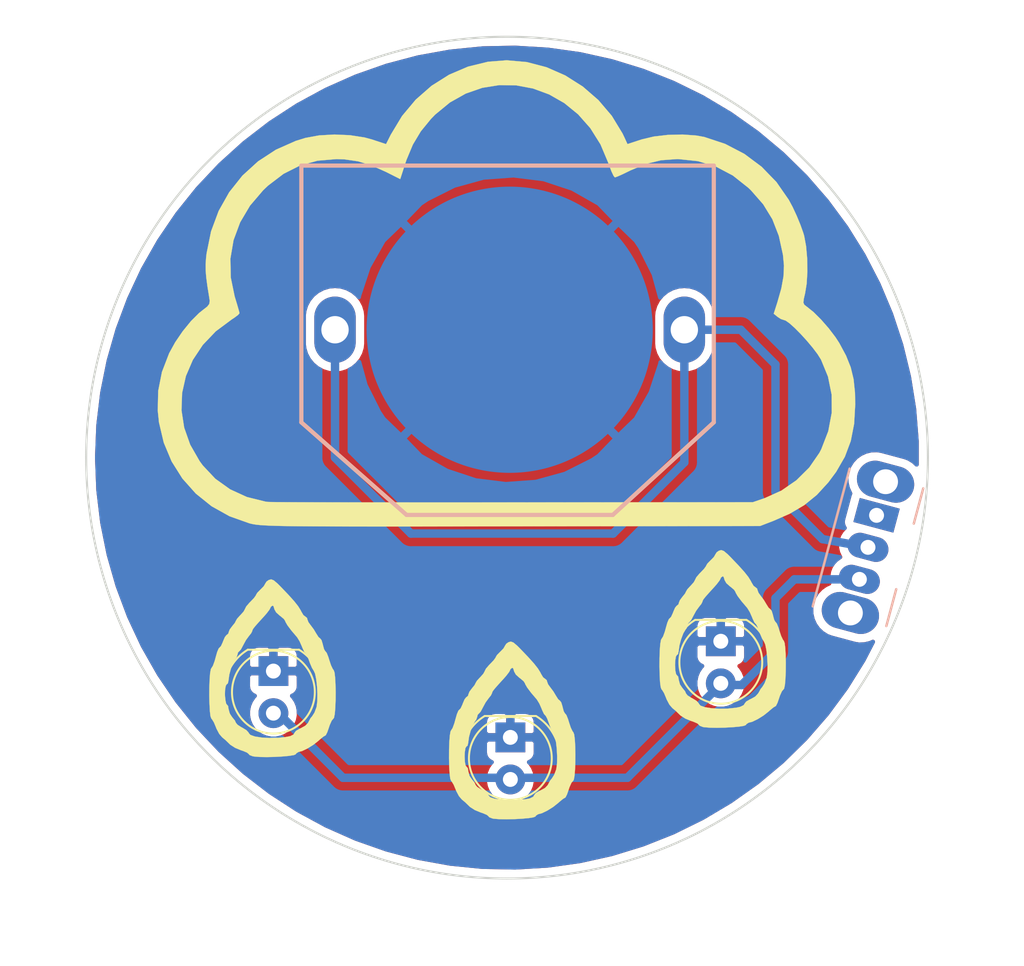
<source format=kicad_pcb>
(kicad_pcb (version 20171130) (host pcbnew "(5.1.6)-1")

  (general
    (thickness 1.6)
    (drawings 6)
    (tracks 20)
    (zones 0)
    (modules 6)
    (nets 5)
  )

  (page A4)
  (title_block
    (title "RainCloud Blinky")
  )

  (layers
    (0 F.Cu signal)
    (31 B.Cu signal)
    (32 B.Adhes user)
    (33 F.Adhes user)
    (34 B.Paste user)
    (35 F.Paste user)
    (36 B.SilkS user)
    (37 F.SilkS user)
    (38 B.Mask user)
    (39 F.Mask user)
    (40 Dwgs.User user)
    (41 Cmts.User user)
    (42 Eco1.User user)
    (43 Eco2.User user)
    (44 Edge.Cuts user)
    (45 Margin user)
    (46 B.CrtYd user)
    (47 F.CrtYd user)
    (48 B.Fab user)
    (49 F.Fab user)
  )

  (setup
    (last_trace_width 0.254)
    (trace_clearance 0.2)
    (zone_clearance 0.508)
    (zone_45_only no)
    (trace_min 0.254)
    (via_size 0.8)
    (via_drill 0.4)
    (via_min_size 0.4)
    (via_min_drill 0.3)
    (uvia_size 0.3)
    (uvia_drill 0.1)
    (uvias_allowed no)
    (uvia_min_size 0.2)
    (uvia_min_drill 0.1)
    (edge_width 0.05)
    (segment_width 0.2)
    (pcb_text_width 0.3)
    (pcb_text_size 1.5 1.5)
    (mod_edge_width 0.12)
    (mod_text_size 1 1)
    (mod_text_width 0.15)
    (pad_size 1.524 1.524)
    (pad_drill 0.762)
    (pad_to_mask_clearance 0.05)
    (aux_axis_origin 0 0)
    (visible_elements 7FFFFFFF)
    (pcbplotparams
      (layerselection 0x010fc_ffffffff)
      (usegerberextensions false)
      (usegerberattributes true)
      (usegerberadvancedattributes true)
      (creategerberjobfile true)
      (excludeedgelayer true)
      (linewidth 0.100000)
      (plotframeref false)
      (viasonmask false)
      (mode 1)
      (useauxorigin false)
      (hpglpennumber 1)
      (hpglpenspeed 20)
      (hpglpendiameter 15.000000)
      (psnegative false)
      (psa4output false)
      (plotreference true)
      (plotvalue true)
      (plotinvisibletext false)
      (padsonsilk false)
      (subtractmaskfromsilk false)
      (outputformat 1)
      (mirror false)
      (drillshape 1)
      (scaleselection 1)
      (outputdirectory ""))
  )

  (net 0 "")
  (net 1 VCC)
  (net 2 GND)
  (net 3 "Net-(SW1-Pad1)")
  (net 4 /LED+)

  (net_class Default "This is the default net class."
    (clearance 0.2)
    (trace_width 0.254)
    (via_dia 0.8)
    (via_drill 0.4)
    (uvia_dia 0.3)
    (uvia_drill 0.1)
    (diff_pair_width 0.254)
    (diff_pair_gap 0.25)
    (add_net /LED+)
    (add_net GND)
    (add_net "Net-(SW1-Pad1)")
    (add_net VCC)
  )

  (module "" (layer F.Cu) (tedit 0) (tstamp 0)
    (at 108.4 92.2)
    (fp_text reference "" (at 0 0) (layer F.SilkS)
      (effects (font (size 1.27 1.27) (thickness 0.15)))
    )
    (fp_text value "" (at 0 0) (layer F.SilkS)
      (effects (font (size 1.27 1.27) (thickness 0.15)))
    )
    (fp_poly (pts (xy 4.394775 -15.054635) (xy 5.582305 -14.74359) (xy 6.715223 -14.246397) (xy 7.767035 -13.580413)
      (xy 8.711246 -12.762997) (xy 9.521362 -11.811505) (xy 10.170886 -10.743296) (xy 10.283418 -10.507927)
      (xy 10.467157 -10.10542) (xy 11.323361 -10.385731) (xy 12.057333 -10.560482) (xy 12.91112 -10.660276)
      (xy 13.796786 -10.681676) (xy 14.626396 -10.621248) (xy 15.106087 -10.533517) (xy 16.362291 -10.117445)
      (xy 17.520567 -9.514068) (xy 18.560327 -8.739704) (xy 19.460981 -7.810672) (xy 20.20194 -6.74329)
      (xy 20.434739 -6.310055) (xy 20.680184 -5.781255) (xy 20.906761 -5.23069) (xy 21.079711 -4.745382)
      (xy 21.13366 -4.560434) (xy 21.249492 -3.929109) (xy 21.313764 -3.18304) (xy 21.325151 -2.4051)
      (xy 21.282326 -1.678163) (xy 21.188973 -1.105189) (xy 21.105987 -0.747531) (xy 21.08544 -0.539045)
      (xy 21.13612 -0.414647) (xy 21.266815 -0.309254) (xy 21.299408 -0.287351) (xy 21.697682 0.033868)
      (xy 22.152773 0.486556) (xy 22.611279 1.010777) (xy 23.0198 1.546595) (xy 23.251956 1.904138)
      (xy 23.659459 2.661552) (xy 23.940503 3.363112) (xy 24.113731 4.08047) (xy 24.197786 4.885277)
      (xy 24.2135 5.599566) (xy 24.147738 6.774081) (xy 23.945452 7.812107) (xy 23.589679 8.762867)
      (xy 23.063459 9.67558) (xy 22.589562 10.312069) (xy 21.898695 11.065731) (xy 21.137949 11.684849)
      (xy 20.256474 12.205108) (xy 19.284934 12.63106) (xy 18.474348 12.943479) (xy 3.455217 12.966183)
      (xy 1.328274 12.969303) (xy -0.589315 12.971814) (xy -2.309065 12.973581) (xy -3.842491 12.974469)
      (xy -5.201108 12.974344) (xy -6.396432 12.973071) (xy -7.439976 12.970514) (xy -8.343257 12.966538)
      (xy -9.11779 12.96101) (xy -9.775089 12.953794) (xy -10.326669 12.944756) (xy -10.784046 12.93376)
      (xy -11.158734 12.920671) (xy -11.462249 12.905355) (xy -11.706105 12.887677) (xy -11.901818 12.867502)
      (xy -12.060903 12.844695) (xy -12.194875 12.819121) (xy -12.315249 12.790645) (xy -12.352193 12.781053)
      (xy -13.548119 12.356397) (xy -14.629871 11.752732) (xy -15.582589 10.98833) (xy -16.391411 10.081464)
      (xy -17.041477 9.050406) (xy -17.517924 7.91343) (xy -17.805893 6.688809) (xy -17.878463 5.986087)
      (xy -17.877908 5.960157) (xy -16.445769 5.960157) (xy -16.284365 7.007284) (xy -15.921404 8.036716)
      (xy -15.352742 9.027524) (xy -15.159425 9.29086) (xy -14.403847 10.093012) (xy -13.509476 10.731754)
      (xy -12.49898 11.194387) (xy -11.39503 11.468207) (xy -11.232609 11.490969) (xy -11.083182 11.496034)
      (xy -10.726201 11.500735) (xy -10.174981 11.505046) (xy -9.442837 11.50894) (xy -8.543085 11.51239)
      (xy -7.489038 11.515371) (xy -6.294013 11.517855) (xy -4.971325 11.519815) (xy -3.534288 11.521227)
      (xy -1.996219 11.522062) (xy -0.370431 11.522294) (xy 1.32976 11.521897) (xy 3.091039 11.520845)
      (xy 3.565652 11.520453) (xy 18.032608 11.507826) (xy 18.750435 11.261923) (xy 19.75598 10.808721)
      (xy 20.662781 10.183442) (xy 21.437639 9.414813) (xy 22.047357 8.531559) (xy 22.164393 8.307816)
      (xy 22.586471 7.218768) (xy 22.794407 6.113365) (xy 22.788259 5.009555) (xy 22.568082 3.925282)
      (xy 22.147462 2.904191) (xy 21.944445 2.580001) (xy 21.650546 2.190441) (xy 21.299935 1.772223)
      (xy 20.926779 1.362062) (xy 20.565248 0.996672) (xy 20.249509 0.712766) (xy 20.013732 0.547058)
      (xy 19.928147 0.519566) (xy 19.728108 0.453979) (xy 19.531082 0.326305) (xy 19.293347 0.133044)
      (xy 19.513642 -0.555265) (xy 19.751993 -1.393421) (xy 19.882409 -2.108571) (xy 19.912598 -2.765882)
      (xy 19.852286 -3.417337) (xy 19.601813 -4.565914) (xy 19.210209 -5.570727) (xy 18.655822 -6.473775)
      (xy 17.917004 -7.317055) (xy 17.767839 -7.46095) (xy 16.829892 -8.204387) (xy 15.811214 -8.743045)
      (xy 14.716833 -9.074901) (xy 13.551776 -9.197932) (xy 13.449565 -9.198695) (xy 12.498551 -9.129793)
      (xy 11.593993 -8.910375) (xy 10.659556 -8.521378) (xy 10.581079 -8.482289) (xy 10.202939 -8.298182)
      (xy 9.89801 -8.161366) (xy 9.721914 -8.096514) (xy 9.706608 -8.094347) (xy 9.626455 -8.191728)
      (xy 9.503885 -8.451036) (xy 9.361196 -8.823023) (xy 9.312769 -8.964287) (xy 8.838281 -10.087574)
      (xy 8.223156 -11.068002) (xy 7.487981 -11.900443) (xy 6.65334 -12.579769) (xy 5.739821 -13.100855)
      (xy 4.768007 -13.458571) (xy 3.758487 -13.647791) (xy 2.731844 -13.663387) (xy 1.708666 -13.500233)
      (xy 0.709537 -13.1532) (xy -0.244956 -12.617161) (xy -1.134228 -11.886989) (xy -1.385551 -11.628951)
      (xy -2.002866 -10.874553) (xy -2.482429 -10.07436) (xy -2.868013 -9.152088) (xy -2.954443 -8.894783)
      (xy -3.245836 -7.991377) (xy -4.120145 -8.430971) (xy -4.997881 -8.822605) (xy -5.803988 -9.066862)
      (xy -6.612077 -9.182765) (xy -7.091305 -9.198695) (xy -8.238373 -9.101735) (xy -9.299554 -8.806976)
      (xy -10.28856 -8.308597) (xy -11.219104 -7.600779) (xy -11.514625 -7.321304) (xy -12.309563 -6.390502)
      (xy -12.907646 -5.380887) (xy -13.304167 -4.310269) (xy -13.494418 -3.196458) (xy -13.473692 -2.057265)
      (xy -13.237282 -0.910499) (xy -13.222077 -0.860869) (xy -13.095984 -0.446374) (xy -13.00001 -0.114652)
      (xy -12.949838 0.079478) (xy -12.946005 0.10405) (xy -13.030761 0.204224) (xy -13.248964 0.369998)
      (xy -13.413696 0.477913) (xy -14.374561 1.191671) (xy -15.158746 2.013315) (xy -15.762106 2.921916)
      (xy -16.180493 3.896543) (xy -16.409763 4.916267) (xy -16.445769 5.960157) (xy -17.877908 5.960157)
      (xy -17.852825 4.789878) (xy -17.626925 3.64832) (xy -17.19255 2.517881) (xy -16.828101 1.85596)
      (xy -16.37395 1.190262) (xy -15.877365 0.58146) (xy -15.385615 0.090231) (xy -15.162611 -0.087826)
      (xy -14.891206 -0.298407) (xy -14.765974 -0.463945) (xy -14.746546 -0.657658) (xy -14.766821 -0.805652)
      (xy -14.879265 -1.50424) (xy -14.951673 -2.041798) (xy -14.987442 -2.473853) (xy -14.989967 -2.855933)
      (xy -14.962646 -3.243564) (xy -14.932268 -3.510551) (xy -14.662871 -4.837037) (xy -14.20372 -6.071728)
      (xy -13.568786 -7.198303) (xy -12.772042 -8.200439) (xy -11.827459 -9.061817) (xy -10.749009 -9.766115)
      (xy -9.550662 -10.297012) (xy -8.968696 -10.476971) (xy -8.145611 -10.628144) (xy -7.220235 -10.681969)
      (xy -6.277516 -10.64038) (xy -5.402402 -10.50531) (xy -4.961918 -10.385764) (xy -4.102531 -10.103398)
      (xy -3.816766 -10.672568) (xy -3.136966 -11.800232) (xy -2.309514 -12.788394) (xy -1.35558 -13.623466)
      (xy -0.296336 -14.291862) (xy 0.847047 -14.779997) (xy 2.0534 -15.074284) (xy 3.17913 -15.162174)
      (xy 4.394775 -15.054635)) (layer F.SilkS) (width 0.01))
    (fp_poly (pts (xy 16.289228 14.457305) (xy 16.513597 14.647049) (xy 16.674471 14.807587) (xy 17.166077 15.320163)
      (xy 17.519623 15.71334) (xy 17.759907 16.016916) (xy 17.911733 16.260686) (xy 17.949427 16.339348)
      (xy 18.077932 16.555025) (xy 18.195893 16.643044) (xy 18.299519 16.730814) (xy 18.308695 16.787872)
      (xy 18.377537 16.974736) (xy 18.501956 17.146785) (xy 18.69975 17.409979) (xy 18.851922 17.664566)
      (xy 18.98686 17.877521) (xy 19.094058 17.968226) (xy 19.095396 17.968261) (xy 19.170666 18.064676)
      (xy 19.243957 18.301972) (xy 19.254677 18.354783) (xy 19.323356 18.609483) (xy 19.398837 18.737675)
      (xy 19.410981 18.741305) (xy 19.485825 18.83786) (xy 19.583819 19.084153) (xy 19.638994 19.26587)
      (xy 19.745957 19.587797) (xy 19.855264 19.814759) (xy 19.901824 19.869188) (xy 19.953885 20.008035)
      (xy 19.991582 20.311907) (xy 20.015071 20.729901) (xy 20.024507 21.211116) (xy 20.020046 21.704651)
      (xy 20.001842 22.159603) (xy 19.970052 22.525073) (xy 19.924829 22.750157) (xy 19.892897 22.796198)
      (xy 19.787808 22.919554) (xy 19.669093 23.182419) (xy 19.620309 23.330049) (xy 19.519995 23.620532)
      (xy 19.431064 23.796821) (xy 19.400613 23.821305) (xy 19.28059 23.890156) (xy 19.069839 24.062587)
      (xy 18.986624 24.138298) (xy 18.682264 24.379485) (xy 18.327106 24.6006) (xy 17.996135 24.759692)
      (xy 17.776643 24.815218) (xy 17.642582 24.902495) (xy 17.619649 24.949747) (xy 17.4993 25.003394)
      (xy 17.21112 25.050026) (xy 16.808099 25.087101) (xy 16.343231 25.112073) (xy 15.869509 25.122399)
      (xy 15.439923 25.115537) (xy 15.107468 25.088942) (xy 15.023261 25.074371) (xy 14.829649 25.000593)
      (xy 14.774782 24.935452) (xy 14.679278 24.855373) (xy 14.438361 24.752841) (xy 14.306666 24.709927)
      (xy 13.958606 24.566224) (xy 13.670801 24.381892) (xy 13.616448 24.330914) (xy 13.368584 24.090926)
      (xy 13.173339 23.929119) (xy 12.995952 23.721548) (xy 12.831427 23.409744) (xy 12.798863 23.324348)
      (xy 12.675616 23.030227) (xy 12.554315 22.832546) (xy 12.522915 22.803516) (xy 12.471209 22.664067)
      (xy 12.43307 22.35542) (xy 12.408508 21.928815) (xy 12.397528 21.435494) (xy 12.398036 21.336522)
      (xy 13.33913 21.336522) (xy 13.357285 21.66915) (xy 13.404116 21.88977) (xy 13.449565 21.943913)
      (xy 13.532581 22.038421) (xy 13.56 22.22) (xy 13.636809 22.505659) (xy 13.780869 22.716957)
      (xy 13.943064 22.915399) (xy 14.001739 23.050048) (xy 14.092126 23.165069) (xy 14.316456 23.310392)
      (xy 14.388261 23.346589) (xy 14.636463 23.49708) (xy 14.768297 23.639648) (xy 14.774782 23.667683)
      (xy 14.876673 23.787169) (xy 15.15058 23.879993) (xy 15.548857 23.942538) (xy 16.023856 23.971187)
      (xy 16.527929 23.962325) (xy 17.01343 23.912335) (xy 17.287174 23.858376) (xy 17.480903 23.760825)
      (xy 17.535652 23.664293) (xy 17.628682 23.541339) (xy 17.858644 23.406253) (xy 17.921146 23.379969)
      (xy 18.192149 23.229565) (xy 18.358645 23.055903) (xy 18.370119 23.028706) (xy 18.501563 22.782766)
      (xy 18.604736 22.657562) (xy 18.744614 22.437487) (xy 18.862595 22.123031) (xy 18.87443 22.077125)
      (xy 18.916485 21.750221) (xy 18.923219 21.32308) (xy 18.899733 20.86091) (xy 18.851125 20.428918)
      (xy 18.782492 20.092312) (xy 18.705983 19.922866) (xy 18.594189 19.740075) (xy 18.467057 19.440384)
      (xy 18.425721 19.321087) (xy 18.319919 19.0391) (xy 18.22958 18.871707) (xy 18.20277 18.85174)
      (xy 18.123881 18.758683) (xy 18.016262 18.527746) (xy 17.988379 18.454021) (xy 17.849642 18.139862)
      (xy 17.699667 17.895229) (xy 17.682064 17.874238) (xy 17.353046 17.487648) (xy 17.114201 17.170677)
      (xy 16.99291 16.96075) (xy 16.983295 16.919131) (xy 16.899374 16.790068) (xy 16.693794 16.616501)
      (xy 16.652174 16.587826) (xy 16.430797 16.390045) (xy 16.323157 16.195896) (xy 16.321187 16.173696)
      (xy 16.268822 16.009801) (xy 16.210435 15.980435) (xy 16.103194 16.063005) (xy 16.1 16.088861)
      (xy 16.03067 16.22653) (xy 15.853574 16.45876) (xy 15.718154 16.613426) (xy 15.381271 16.982834)
      (xy 15.167988 17.224728) (xy 15.050976 17.372856) (xy 15.00291 17.460965) (xy 14.995652 17.505698)
      (xy 14.92765 17.645963) (xy 14.796237 17.809394) (xy 14.610072 18.063892) (xy 14.439778 18.378332)
      (xy 14.437974 18.382392) (xy 14.311704 18.6201) (xy 14.207593 18.738378) (xy 14.19565 18.741305)
      (xy 14.120502 18.830578) (xy 14.112174 18.899069) (xy 14.04033 19.109906) (xy 13.970146 19.202764)
      (xy 13.839803 19.420506) (xy 13.70867 19.765624) (xy 13.605812 20.146652) (xy 13.560294 20.472124)
      (xy 13.56 20.493465) (xy 13.516368 20.680803) (xy 13.449565 20.729131) (xy 13.389087 20.828981)
      (xy 13.348974 21.086554) (xy 13.33913 21.336522) (xy 12.398036 21.336522) (xy 12.40014 20.926698)
      (xy 12.416351 20.453668) (xy 12.446169 20.067647) (xy 12.489603 19.819876) (xy 12.522444 19.75873)
      (xy 12.614881 19.613713) (xy 12.720466 19.326553) (xy 12.781937 19.100218) (xy 12.873445 18.778955)
      (xy 12.962809 18.568416) (xy 13.010276 18.520435) (xy 13.100492 18.426487) (xy 13.207587 18.194472)
      (xy 13.228695 18.133913) (xy 13.33668 17.881856) (xy 13.440735 17.752093) (xy 13.458129 17.747392)
      (xy 13.551776 17.659414) (xy 13.56 17.602563) (xy 13.630025 17.421848) (xy 13.780869 17.220659)
      (xy 13.940745 17.022665) (xy 14.003647 16.89614) (xy 14.077809 16.767808) (xy 14.256215 16.57125)
      (xy 14.279734 16.548627) (xy 14.466124 16.341114) (xy 14.553079 16.183793) (xy 14.553913 16.174061)
      (xy 14.627603 16.03185) (xy 14.811626 15.816145) (xy 14.885217 15.742952) (xy 15.092234 15.525351)
      (xy 15.207805 15.365498) (xy 15.216521 15.336781) (xy 15.292091 15.209669) (xy 15.475703 15.022034)
      (xy 15.492608 15.007168) (xy 15.682421 14.812574) (xy 15.768268 14.66619) (xy 15.768695 14.659834)
      (xy 15.854771 14.528143) (xy 15.984253 14.437191) (xy 16.129503 14.396327) (xy 16.289228 14.457305)) (layer F.SilkS) (width 0.01))
    (fp_poly (pts (xy -10.877728 16.224262) (xy -10.653359 16.414005) (xy -10.492486 16.574543) (xy -10.000879 17.087119)
      (xy -9.647334 17.480297) (xy -9.407049 17.783873) (xy -9.255223 18.027643) (xy -9.21753 18.106305)
      (xy -9.089024 18.321982) (xy -8.971064 18.41) (xy -8.867437 18.497771) (xy -8.858261 18.554829)
      (xy -8.789419 18.741692) (xy -8.665 18.913742) (xy -8.467207 19.176936) (xy -8.315035 19.431522)
      (xy -8.180097 19.644477) (xy -8.072898 19.735183) (xy -8.071561 19.735218) (xy -7.996291 19.831633)
      (xy -7.923 20.068928) (xy -7.912279 20.12174) (xy -7.8436 20.37644) (xy -7.768119 20.504631)
      (xy -7.755975 20.508261) (xy -7.681131 20.604817) (xy -7.583137 20.85111) (xy -7.527963 21.032826)
      (xy -7.421 21.354754) (xy -7.311692 21.581715) (xy -7.265132 21.636144) (xy -7.213072 21.774992)
      (xy -7.175375 22.078864) (xy -7.151886 22.496858) (xy -7.142449 22.978073) (xy -7.146911 23.471607)
      (xy -7.165114 23.92656) (xy -7.196905 24.292029) (xy -7.242127 24.517113) (xy -7.274059 24.563154)
      (xy -7.379148 24.68651) (xy -7.497864 24.949376) (xy -7.546647 25.097006) (xy -7.646962 25.387488)
      (xy -7.735892 25.563778) (xy -7.766344 25.588261) (xy -7.886366 25.657113) (xy -8.097117 25.829543)
      (xy -8.180333 25.905255) (xy -8.484692 26.146441) (xy -8.83985 26.367556) (xy -9.170821 26.526649)
      (xy -9.390313 26.582174) (xy -9.524374 26.669452) (xy -9.547307 26.716703) (xy -9.667656 26.770351)
      (xy -9.955837 26.816983) (xy -10.358858 26.854057) (xy -10.823725 26.879029) (xy -11.297448 26.889356)
      (xy -11.727033 26.882493) (xy -12.059488 26.855898) (xy -12.143696 26.841328) (xy -12.337308 26.767549)
      (xy -12.392174 26.702409) (xy -12.487679 26.622329) (xy -12.728595 26.519798) (xy -12.860291 26.476884)
      (xy -13.208351 26.33318) (xy -13.496156 26.148849) (xy -13.550508 26.09787) (xy -13.798373 25.857882)
      (xy -13.993617 25.696076) (xy -14.171004 25.488504) (xy -14.33553 25.1767) (xy -14.368094 25.091305)
      (xy -14.491341 24.797184) (xy -14.612642 24.599502) (xy -14.644042 24.570473) (xy -14.695748 24.431024)
      (xy -14.733886 24.122376) (xy -14.758449 23.695771) (xy -14.769428 23.20245) (xy -14.76892 23.103479)
      (xy -13.827826 23.103479) (xy -13.809672 23.436107) (xy -13.76284 23.656726) (xy -13.717392 23.71087)
      (xy -13.634375 23.805378) (xy -13.606957 23.986957) (xy -13.530148 24.272615) (xy -13.386087 24.483913)
      (xy -13.223892 24.682355) (xy -13.165218 24.817004) (xy -13.07483 24.932026) (xy -12.850501 25.077349)
      (xy -12.778696 25.113545) (xy -12.530494 25.264037) (xy -12.39866 25.406605) (xy -12.392174 25.43464)
      (xy -12.290283 25.554126) (xy -12.016376 25.646949) (xy -11.618099 25.709494) (xy -11.143101 25.738144)
      (xy -10.639028 25.729282) (xy -10.153527 25.679291) (xy -9.879783 25.625332) (xy -9.686054 25.527781)
      (xy -9.631305 25.431249) (xy -9.538274 25.308296) (xy -9.308313 25.17321) (xy -9.245811 25.146925)
      (xy -8.974807 24.996522) (xy -8.808312 24.822859) (xy -8.796837 24.795663) (xy -8.665393 24.549722)
      (xy -8.56222 24.424518) (xy -8.422343 24.204443) (xy -8.304362 23.889987) (xy -8.292527 23.844082)
      (xy -8.250472 23.517178) (xy -8.243737 23.090037) (xy -8.267223 22.627866) (xy -8.315832 22.195874)
      (xy -8.384464 21.859268) (xy -8.460973 21.689823) (xy -8.572767 21.507032) (xy -8.6999 21.20734)
      (xy -8.741236 21.088044) (xy -8.847038 20.806056) (xy -8.937377 20.638663) (xy -8.964187 20.618696)
      (xy -9.043075 20.52564) (xy -9.150694 20.294702) (xy -9.178578 20.220977) (xy -9.317314 19.906819)
      (xy -9.46729 19.662186) (xy -9.484892 19.641195) (xy -9.813911 19.254604) (xy -10.052755 18.937633)
      (xy -10.174046 18.727706) (xy -10.183661 18.686087) (xy -10.267583 18.557024) (xy -10.473163 18.383457)
      (xy -10.514783 18.354783) (xy -10.73616 18.157002) (xy -10.8438 17.962852) (xy -10.84577 17.940653)
      (xy -10.898134 17.776757) (xy -10.956522 17.747392) (xy -11.063763 17.829961) (xy -11.066957 17.855817)
      (xy -11.136287 17.993486) (xy -11.313383 18.225717) (xy -11.448803 18.380383) (xy -11.785685 18.749791)
      (xy -11.998969 18.991685) (xy -12.115981 19.139813) (xy -12.164047 19.227921) (xy -12.171305 19.272655)
      (xy -12.239306 19.412919) (xy -12.37072 19.576351) (xy -12.556885 19.830849) (xy -12.727179 20.145289)
      (xy -12.728982 20.149348) (xy -12.855252 20.387057) (xy -12.959364 20.505334) (xy -12.971306 20.508261)
      (xy -13.046454 20.597535) (xy -13.054783 20.666025) (xy -13.126627 20.876863) (xy -13.19681 20.969721)
      (xy -13.327153 21.187463) (xy -13.458286 21.532581) (xy -13.561145 21.913609) (xy -13.606663 22.23908)
      (xy -13.606957 22.260422) (xy -13.650588 22.447759) (xy -13.717392 22.496087) (xy -13.777869 22.595938)
      (xy -13.817982 22.853511) (xy -13.827826 23.103479) (xy -14.76892 23.103479) (xy -14.766816 22.693654)
      (xy -14.750605 22.220625) (xy -14.720787 21.834604) (xy -14.677354 21.586832) (xy -14.644512 21.525687)
      (xy -14.552076 21.380669) (xy -14.446491 21.09351) (xy -14.385019 20.867174) (xy -14.293512 20.545912)
      (xy -14.204148 20.335372) (xy -14.15668 20.287392) (xy -14.066465 20.193444) (xy -13.959369 19.961429)
      (xy -13.938261 19.90087) (xy -13.830277 19.648813) (xy -13.726222 19.519049) (xy -13.708827 19.514348)
      (xy -13.61518 19.42637) (xy -13.606957 19.36952) (xy -13.536932 19.188805) (xy -13.386087 18.987616)
      (xy -13.226211 18.789622) (xy -13.16331 18.663096) (xy -13.089148 18.534765) (xy -12.910742 18.338206)
      (xy -12.887223 18.315583) (xy -12.700833 18.108071) (xy -12.613878 17.95075) (xy -12.613044 17.941017)
      (xy -12.539354 17.798807) (xy -12.35533 17.583102) (xy -12.281739 17.509909) (xy -12.074723 17.292307)
      (xy -11.959152 17.132455) (xy -11.950435 17.103738) (xy -11.874865 16.976625) (xy -11.691253 16.78899)
      (xy -11.674348 16.774124) (xy -11.484536 16.57953) (xy -11.398689 16.433147) (xy -11.398261 16.42679)
      (xy -11.312186 16.295099) (xy -11.182703 16.204147) (xy -11.037453 16.163283) (xy -10.877728 16.224262)) (layer F.SilkS) (width 0.01))
    (fp_poly (pts (xy 3.589228 19.979044) (xy 3.813597 20.168788) (xy 3.974471 20.329326) (xy 4.466077 20.841902)
      (xy 4.819623 21.235079) (xy 5.059907 21.538655) (xy 5.211733 21.782426) (xy 5.249427 21.861087)
      (xy 5.377932 22.076764) (xy 5.495893 22.164783) (xy 5.599519 22.252553) (xy 5.608695 22.309611)
      (xy 5.677537 22.496475) (xy 5.801956 22.668524) (xy 5.99975 22.931719) (xy 6.151922 23.186305)
      (xy 6.28686 23.39926) (xy 6.394058 23.489966) (xy 6.395396 23.49) (xy 6.470666 23.586415)
      (xy 6.543957 23.823711) (xy 6.554677 23.876522) (xy 6.623356 24.131222) (xy 6.698837 24.259414)
      (xy 6.710981 24.263044) (xy 6.785825 24.359599) (xy 6.883819 24.605892) (xy 6.938994 24.787609)
      (xy 7.045957 25.109536) (xy 7.155264 25.336498) (xy 7.201824 25.390927) (xy 7.253885 25.529774)
      (xy 7.291582 25.833646) (xy 7.315071 26.25164) (xy 7.324507 26.732855) (xy 7.320046 27.22639)
      (xy 7.301842 27.681343) (xy 7.270052 28.046812) (xy 7.224829 28.271896) (xy 7.192897 28.317937)
      (xy 7.087808 28.441293) (xy 6.969093 28.704158) (xy 6.920309 28.851788) (xy 6.819995 29.142271)
      (xy 6.731064 29.31856) (xy 6.700613 29.343044) (xy 6.58059 29.411895) (xy 6.369839 29.584326)
      (xy 6.286624 29.660038) (xy 5.982264 29.901224) (xy 5.627106 30.122339) (xy 5.296135 30.281431)
      (xy 5.076643 30.336957) (xy 4.942582 30.424234) (xy 4.919649 30.471486) (xy 4.7993 30.525133)
      (xy 4.51112 30.571766) (xy 4.108099 30.60884) (xy 3.643231 30.633812) (xy 3.169509 30.644138)
      (xy 2.739923 30.637276) (xy 2.407468 30.610681) (xy 2.323261 30.59611) (xy 2.129649 30.522332)
      (xy 2.074782 30.457191) (xy 1.979278 30.377112) (xy 1.738361 30.27458) (xy 1.606666 30.231667)
      (xy 1.258606 30.087963) (xy 0.970801 29.903632) (xy 0.916448 29.852653) (xy 0.668584 29.612665)
      (xy 0.473339 29.450858) (xy 0.295952 29.243287) (xy 0.131427 28.931483) (xy 0.098863 28.846087)
      (xy -0.024384 28.551966) (xy -0.145685 28.354285) (xy -0.177085 28.325255) (xy -0.228791 28.185807)
      (xy -0.26693 27.877159) (xy -0.291492 27.450554) (xy -0.302472 26.957233) (xy -0.301964 26.858261)
      (xy 0.63913 26.858261) (xy 0.657285 27.190889) (xy 0.704116 27.411509) (xy 0.749565 27.465653)
      (xy 0.832581 27.56016) (xy 0.86 27.74174) (xy 0.936809 28.027398) (xy 1.080869 28.238696)
      (xy 1.243064 28.437138) (xy 1.301739 28.571787) (xy 1.392126 28.686808) (xy 1.616456 28.832132)
      (xy 1.688261 28.868328) (xy 1.936463 29.018819) (xy 2.068297 29.161387) (xy 2.074782 29.189422)
      (xy 2.176673 29.308908) (xy 2.45058 29.401732) (xy 2.848857 29.464277) (xy 3.323856 29.492926)
      (xy 3.827929 29.484064) (xy 4.31343 29.434074) (xy 4.587174 29.380115) (xy 4.780903 29.282564)
      (xy 4.835652 29.186032) (xy 4.928682 29.063078) (xy 5.158644 28.927992) (xy 5.221146 28.901708)
      (xy 5.492149 28.751305) (xy 5.658645 28.577642) (xy 5.670119 28.550445) (xy 5.801563 28.304505)
      (xy 5.904736 28.179301) (xy 6.044614 27.959226) (xy 6.162595 27.64477) (xy 6.17443 27.598865)
      (xy 6.216485 27.27196) (xy 6.223219 26.844819) (xy 6.199733 26.382649) (xy 6.151125 25.950657)
      (xy 6.082492 25.614051) (xy 6.005983 25.444605) (xy 5.894189 25.261814) (xy 5.767057 24.962123)
      (xy 5.725721 24.842826) (xy 5.619919 24.560839) (xy 5.52958 24.393446) (xy 5.50277 24.373479)
      (xy 5.423881 24.280422) (xy 5.316262 24.049485) (xy 5.288379 23.97576) (xy 5.149642 23.661601)
      (xy 4.999667 23.416968) (xy 4.982064 23.395977) (xy 4.653046 23.009387) (xy 4.414201 22.692416)
      (xy 4.29291 22.482489) (xy 4.283295 22.44087) (xy 4.199374 22.311807) (xy 3.993794 22.13824)
      (xy 3.952174 22.109566) (xy 3.730797 21.911784) (xy 3.623157 21.717635) (xy 3.621187 21.695435)
      (xy 3.568822 21.53154) (xy 3.510435 21.502174) (xy 3.403194 21.584744) (xy 3.4 21.6106)
      (xy 3.33067 21.748269) (xy 3.153574 21.980499) (xy 3.018154 22.135165) (xy 2.681271 22.504573)
      (xy 2.467988 22.746467) (xy 2.350976 22.894595) (xy 2.30291 22.982704) (xy 2.295652 23.027437)
      (xy 2.22765 23.167702) (xy 2.096237 23.331133) (xy 1.910072 23.585631) (xy 1.739778 23.900071)
      (xy 1.737974 23.904131) (xy 1.611704 24.141839) (xy 1.507593 24.260117) (xy 1.49565 24.263044)
      (xy 1.420502 24.352317) (xy 1.412174 24.420808) (xy 1.34033 24.631645) (xy 1.270146 24.724503)
      (xy 1.139803 24.942245) (xy 1.00867 25.287363) (xy 0.905812 25.668391) (xy 0.860294 25.993863)
      (xy 0.86 26.015204) (xy 0.816368 26.202542) (xy 0.749565 26.25087) (xy 0.689087 26.35072)
      (xy 0.648974 26.608293) (xy 0.63913 26.858261) (xy -0.301964 26.858261) (xy -0.29986 26.448437)
      (xy -0.283649 25.975407) (xy -0.253831 25.589386) (xy -0.210397 25.341615) (xy -0.177556 25.280469)
      (xy -0.085119 25.135452) (xy 0.020466 24.848293) (xy 0.081937 24.621957) (xy 0.173445 24.300694)
      (xy 0.262809 24.090155) (xy 0.310276 24.042174) (xy 0.400492 23.948226) (xy 0.507587 23.716211)
      (xy 0.528695 23.655653) (xy 0.63668 23.403595) (xy 0.740735 23.273832) (xy 0.758129 23.269131)
      (xy 0.851776 23.181153) (xy 0.86 23.124302) (xy 0.930025 22.943587) (xy 1.080869 22.742398)
      (xy 1.240745 22.544404) (xy 1.303647 22.417879) (xy 1.377809 22.289547) (xy 1.556215 22.092989)
      (xy 1.579734 22.070366) (xy 1.766124 21.862854) (xy 1.853079 21.705532) (xy 1.853913 21.6958)
      (xy 1.927603 21.55359) (xy 2.111626 21.337885) (xy 2.185217 21.264691) (xy 2.392234 21.04709)
      (xy 2.507805 20.887238) (xy 2.516521 20.85852) (xy 2.592091 20.731408) (xy 2.775703 20.543773)
      (xy 2.792608 20.528907) (xy 2.982421 20.334313) (xy 3.068268 20.18793) (xy 3.068695 20.181573)
      (xy 3.154771 20.049882) (xy 3.284253 19.95893) (xy 3.429503 19.918066) (xy 3.589228 19.979044)) (layer F.SilkS) (width 0.01))
    (fp_text user LOGO (at 4.15 8.25) (layer F.SilkS) hide
      (effects (font (size 1.524 1.524) (thickness 0.3)))
    )
    (fp_text user G*** (at 3.4 8.25) (layer F.SilkS) hide
      (effects (font (size 1.524 1.524) (thickness 0.3)))
    )
  )

  (module Button_Switch_THT:SW_CuK_OS102011MA1QN1_SPDT_Angled (layer B.Cu) (tedit 5A02FE31) (tstamp 5FA47977)
    (at 133.9 104.5 255)
    (descr "CuK miniature slide switch, OS series, SPDT, right angle, http://www.ckswitches.com/media/1428/os.pdf")
    (tags "switch SPDT")
    (path /5FA35B43)
    (fp_text reference SW1 (at 1.4 3.6 255) (layer B.SilkS) hide
      (effects (font (size 1 1) (thickness 0.15)) (justify mirror))
    )
    (fp_text value SW_SPDT (at 1.7 -7.7 255) (layer B.Fab)
      (effects (font (size 1 1) (thickness 0.15)) (justify mirror))
    )
    (fp_line (start -2.3 2.2) (end 6.3 2.2) (layer B.Fab) (width 0.1))
    (fp_line (start -2.3 2.2) (end -2.3 -2.2) (layer B.Fab) (width 0.1))
    (fp_line (start -2.3 -2.2) (end 6.3 -2.2) (layer B.Fab) (width 0.1))
    (fp_line (start 6.3 -2.2) (end 6.3 2.2) (layer B.Fab) (width 0.1))
    (fp_line (start 2 -2.2) (end 2 -6.2) (layer B.Fab) (width 0.1))
    (fp_line (start 2 -6.2) (end 0 -6.2) (layer B.Fab) (width 0.1))
    (fp_line (start 0 -6.2) (end 0 -2.2) (layer B.Fab) (width 0.1))
    (fp_line (start -2.3 2.3) (end 6.3 2.3) (layer B.SilkS) (width 0.15))
    (fp_line (start -2.3 -2.3) (end -0.1 -2.3) (layer B.SilkS) (width 0.15))
    (fp_line (start 4 -2.3) (end 6.3 -2.3) (layer B.SilkS) (width 0.15))
    (fp_line (start 7.7 2.7) (end 7.7 -6.7) (layer B.CrtYd) (width 0.05))
    (fp_line (start 7.7 -6.7) (end -3.7 -6.7) (layer B.CrtYd) (width 0.05))
    (fp_line (start -3.7 -6.7) (end -3.7 2.7) (layer B.CrtYd) (width 0.05))
    (fp_line (start -3.7 2.7) (end 7.7 2.7) (layer B.CrtYd) (width 0.05))
    (fp_text user %R (at 2.3 -1.7 255) (layer B.Fab)
      (effects (font (size 0.5 0.5) (thickness 0.1)) (justify mirror))
    )
    (pad "" thru_hole oval (at 6.1 0 255) (size 2.2 3.5) (drill 1.5) (layers *.Cu *.Mask))
    (pad "" thru_hole oval (at -2.1 0 255) (size 2.2 3.5) (drill 1.5) (layers *.Cu *.Mask))
    (pad 3 thru_hole oval (at 4 0 255) (size 1.5 2.5) (drill 0.9) (layers *.Cu *.Mask)
      (net 4 /LED+))
    (pad 2 thru_hole oval (at 2 0 255) (size 1.5 2.5) (drill 0.9) (layers *.Cu *.Mask)
      (net 1 VCC))
    (pad 1 thru_hole rect (at 0 0 255) (size 1.5 2.5) (drill 0.9) (layers *.Cu *.Mask)
      (net 3 "Net-(SW1-Pad1)"))
    (model ${KISYS3DMOD}/Button_Switch_THT.3dshapes/SW_CuK_OS102011MA1QN1_SPDT_Angled.wrl
      (at (xyz 0 0 0))
      (scale (xyz 1 1 1))
      (rotate (xyz 0 0 0))
    )
    (model "C:/Users/robyn/Downloads/sk-12d07-1p2t-1.snapshot.1/3Pins SPDT switch SK-12D07 1P2T.step"
      (offset (xyz -2.4 -2.3 4.5))
      (scale (xyz 1 1 1))
      (rotate (xyz 0 0 0))
    )
  )

  (module BlinkyBadge:BatteryHolder_MPD_BK888_2032_THRU (layer B.Cu) (tedit 5FA46AA5) (tstamp 5FA47934)
    (at 122.3 93.3 180)
    (path /5FA34E43)
    (fp_text reference BT1 (at 0 11.176) (layer B.SilkS) hide
      (effects (font (size 1 1) (thickness 0.15)) (justify mirror))
    )
    (fp_text value Battery_Cell (at -6.096 17.018) (layer B.Fab)
      (effects (font (size 1 1) (thickness 0.15)) (justify mirror))
    )
    (fp_line (start 4.318 -11.176) (end 16.764 -11.176) (layer B.SilkS) (width 0.254))
    (fp_line (start 4.318 -11.176) (end -1.778 -5.588) (layer B.SilkS) (width 0.254))
    (fp_line (start 16.764 -11.176) (end 23.114 -5.588) (layer B.SilkS) (width 0.254))
    (fp_line (start -1.778 9.906) (end 23.114 9.906) (layer B.SilkS) (width 0.254))
    (fp_line (start 23.114 9.906) (end 23.114 -5.588) (layer B.SilkS) (width 0.254))
    (fp_line (start -1.778 9.906) (end -1.778 -5.588) (layer B.SilkS) (width 0.254))
    (pad 1 thru_hole oval (at 0 0 180) (size 2.5 4) (drill 1.65) (layers *.Cu *.Mask)
      (net 1 VCC))
    (pad 1 thru_hole oval (at 21.082 0 180) (size 2.5 4) (drill 1.65) (layers *.Cu *.Mask)
      (net 1 VCC))
    (pad 2 smd circle (at 10.541 0 180) (size 17.272 17.272) (layers B.Cu B.Paste B.Mask)
      (net 2 GND))
    (model ${KISYS3DMOD}/Battery.3dshapes/BK-888.STEP
      (offset (xyz 10.5 -0.5 0))
      (scale (xyz 1 1 1))
      (rotate (xyz -90 0 180))
    )
  )

  (module LED_THT:LED_D5.0mm (layer F.Cu) (tedit 5995936A) (tstamp 5FA47946)
    (at 97.5 113.9 270)
    (descr "LED, diameter 5.0mm, 2 pins, http://cdn-reichelt.de/documents/datenblatt/A500/LL-504BC2E-009.pdf")
    (tags "LED diameter 5.0mm 2 pins")
    (path /5FA33C39)
    (fp_text reference D1 (at 1.27 -3.96 90) (layer F.SilkS) hide
      (effects (font (size 1 1) (thickness 0.15)))
    )
    (fp_text value LED (at 1.27 3.96 90) (layer F.Fab)
      (effects (font (size 1 1) (thickness 0.15)))
    )
    (fp_line (start 4.5 -3.25) (end -1.95 -3.25) (layer F.CrtYd) (width 0.05))
    (fp_line (start 4.5 3.25) (end 4.5 -3.25) (layer F.CrtYd) (width 0.05))
    (fp_line (start -1.95 3.25) (end 4.5 3.25) (layer F.CrtYd) (width 0.05))
    (fp_line (start -1.95 -3.25) (end -1.95 3.25) (layer F.CrtYd) (width 0.05))
    (fp_line (start -1.29 -1.545) (end -1.29 1.545) (layer F.SilkS) (width 0.12))
    (fp_line (start -1.23 -1.469694) (end -1.23 1.469694) (layer F.Fab) (width 0.1))
    (fp_circle (center 1.27 0) (end 3.77 0) (layer F.SilkS) (width 0.12))
    (fp_circle (center 1.27 0) (end 3.77 0) (layer F.Fab) (width 0.1))
    (fp_arc (start 1.27 0) (end -1.23 -1.469694) (angle 299.1) (layer F.Fab) (width 0.1))
    (fp_arc (start 1.27 0) (end -1.29 -1.54483) (angle 148.9) (layer F.SilkS) (width 0.12))
    (fp_arc (start 1.27 0) (end -1.29 1.54483) (angle -148.9) (layer F.SilkS) (width 0.12))
    (fp_text user %R (at 1.25 0 90) (layer F.Fab)
      (effects (font (size 0.8 0.8) (thickness 0.2)))
    )
    (pad 1 thru_hole rect (at 0 0 270) (size 1.8 1.8) (drill 0.9) (layers *.Cu *.Mask)
      (net 2 GND))
    (pad 2 thru_hole circle (at 2.54 0 270) (size 1.8 1.8) (drill 0.9) (layers *.Cu *.Mask)
      (net 4 /LED+))
    (model ${KISYS3DMOD}/LED_THT.3dshapes/LED_D5.0mm.wrl
      (at (xyz 0 0 0))
      (scale (xyz 1 1 1))
      (rotate (xyz 0 0 0))
    )
  )

  (module LED_THT:LED_D5.0mm (layer F.Cu) (tedit 5995936A) (tstamp 5FA47958)
    (at 111.8 117.9 270)
    (descr "LED, diameter 5.0mm, 2 pins, http://cdn-reichelt.de/documents/datenblatt/A500/LL-504BC2E-009.pdf")
    (tags "LED diameter 5.0mm 2 pins")
    (path /5FA3DB03)
    (fp_text reference D2 (at 1.27 -3.96 90) (layer F.SilkS) hide
      (effects (font (size 1 1) (thickness 0.15)))
    )
    (fp_text value LED (at 1.27 3.96 90) (layer F.Fab)
      (effects (font (size 1 1) (thickness 0.15)))
    )
    (fp_line (start 4.5 -3.25) (end -1.95 -3.25) (layer F.CrtYd) (width 0.05))
    (fp_line (start 4.5 3.25) (end 4.5 -3.25) (layer F.CrtYd) (width 0.05))
    (fp_line (start -1.95 3.25) (end 4.5 3.25) (layer F.CrtYd) (width 0.05))
    (fp_line (start -1.95 -3.25) (end -1.95 3.25) (layer F.CrtYd) (width 0.05))
    (fp_line (start -1.29 -1.545) (end -1.29 1.545) (layer F.SilkS) (width 0.12))
    (fp_line (start -1.23 -1.469694) (end -1.23 1.469694) (layer F.Fab) (width 0.1))
    (fp_circle (center 1.27 0) (end 3.77 0) (layer F.SilkS) (width 0.12))
    (fp_circle (center 1.27 0) (end 3.77 0) (layer F.Fab) (width 0.1))
    (fp_arc (start 1.27 0) (end -1.23 -1.469694) (angle 299.1) (layer F.Fab) (width 0.1))
    (fp_arc (start 1.27 0) (end -1.29 -1.54483) (angle 148.9) (layer F.SilkS) (width 0.12))
    (fp_arc (start 1.27 0) (end -1.29 1.54483) (angle -148.9) (layer F.SilkS) (width 0.12))
    (fp_text user %R (at 1.25 0 90) (layer F.Fab)
      (effects (font (size 0.8 0.8) (thickness 0.2)))
    )
    (pad 1 thru_hole rect (at 0 0 270) (size 1.8 1.8) (drill 0.9) (layers *.Cu *.Mask)
      (net 2 GND))
    (pad 2 thru_hole circle (at 2.54 0 270) (size 1.8 1.8) (drill 0.9) (layers *.Cu *.Mask)
      (net 4 /LED+))
    (model ${KISYS3DMOD}/LED_THT.3dshapes/LED_D5.0mm.wrl
      (at (xyz 0 0 0))
      (scale (xyz 1 1 1))
      (rotate (xyz 0 0 0))
    )
  )

  (module LED_THT:LED_D5.0mm (layer F.Cu) (tedit 5995936A) (tstamp 5FA4796A)
    (at 124.5 112.1 270)
    (descr "LED, diameter 5.0mm, 2 pins, http://cdn-reichelt.de/documents/datenblatt/A500/LL-504BC2E-009.pdf")
    (tags "LED diameter 5.0mm 2 pins")
    (path /5FA34798)
    (fp_text reference D3 (at 1.27 -3.96 90) (layer F.SilkS) hide
      (effects (font (size 1 1) (thickness 0.15)))
    )
    (fp_text value LED (at 1.27 3.96 90) (layer F.Fab)
      (effects (font (size 1 1) (thickness 0.15)))
    )
    (fp_circle (center 1.27 0) (end 3.77 0) (layer F.Fab) (width 0.1))
    (fp_circle (center 1.27 0) (end 3.77 0) (layer F.SilkS) (width 0.12))
    (fp_line (start -1.23 -1.469694) (end -1.23 1.469694) (layer F.Fab) (width 0.1))
    (fp_line (start -1.29 -1.545) (end -1.29 1.545) (layer F.SilkS) (width 0.12))
    (fp_line (start -1.95 -3.25) (end -1.95 3.25) (layer F.CrtYd) (width 0.05))
    (fp_line (start -1.95 3.25) (end 4.5 3.25) (layer F.CrtYd) (width 0.05))
    (fp_line (start 4.5 3.25) (end 4.5 -3.25) (layer F.CrtYd) (width 0.05))
    (fp_line (start 4.5 -3.25) (end -1.95 -3.25) (layer F.CrtYd) (width 0.05))
    (fp_text user %R (at 1.25 0 90) (layer F.Fab)
      (effects (font (size 0.8 0.8) (thickness 0.2)))
    )
    (fp_arc (start 1.27 0) (end -1.29 1.54483) (angle -148.9) (layer F.SilkS) (width 0.12))
    (fp_arc (start 1.27 0) (end -1.29 -1.54483) (angle 148.9) (layer F.SilkS) (width 0.12))
    (fp_arc (start 1.27 0) (end -1.23 -1.469694) (angle 299.1) (layer F.Fab) (width 0.1))
    (pad 2 thru_hole circle (at 2.54 0 270) (size 1.8 1.8) (drill 0.9) (layers *.Cu *.Mask)
      (net 4 /LED+))
    (pad 1 thru_hole rect (at 0 0 270) (size 1.8 1.8) (drill 0.9) (layers *.Cu *.Mask)
      (net 2 GND))
    (model ${KISYS3DMOD}/LED_THT.3dshapes/LED_D5.0mm.wrl
      (at (xyz 0 0 0))
      (scale (xyz 1 1 1))
      (rotate (xyz 0 0 0))
    )
  )

  (gr_poly (pts (xy 114.4 100.9) (xy 113.9 101.6) (xy 113.1 102) (xy 112.3 102.2) (xy 111.3 102) (xy 110.7 101.7) (xy 110 100.9) (xy 109.7 100.2) (xy 109.7 99.5) (xy 114.9 99.5)) (layer F.Mask) (width 0.1))
  (gr_circle (center 121.7 93.795045) (end 125.904955 93.795045) (layer F.Mask) (width 1.016) (tstamp 5FAB07E4))
  (gr_arc (start 112.2 99.5) (end 109.6 99.5) (angle -180) (layer F.Mask) (width 0.635))
  (gr_line (start 109.6 99.5) (end 114.8 99.5) (layer F.Mask) (width 0.635))
  (gr_circle (center 100.7 93.795045) (end 104.904955 93.795045) (layer F.Mask) (width 1.016))
  (gr_circle (center 111.6 101.017697) (end 137 101.017697) (layer Edge.Cuts) (width 0.127))

  (segment (start 127.8 103.1) (end 130.632695 105.932695) (width 0.508) (layer B.Cu) (net 1))
  (segment (start 122.3 93.3) (end 125.7 93.3) (width 0.508) (layer B.Cu) (net 1))
  (segment (start 130.632695 105.932695) (end 133.382362 106.431852) (width 0.508) (layer B.Cu) (net 1))
  (segment (start 127.8 95.4) (end 127.8 103.1) (width 0.508) (layer B.Cu) (net 1))
  (segment (start 125.7 93.3) (end 127.8 95.4) (width 0.508) (layer B.Cu) (net 1))
  (segment (start 122.3 101.3) (end 122.3 93.3) (width 0.508) (layer B.Cu) (net 1))
  (segment (start 118 105.6) (end 122.3 101.3) (width 0.508) (layer B.Cu) (net 1))
  (segment (start 105.8 105.6) (end 118 105.6) (width 0.508) (layer B.Cu) (net 1))
  (segment (start 101.218 93.3) (end 101.218 101.018) (width 0.508) (layer B.Cu) (net 1))
  (segment (start 101.218 101.018) (end 105.8 105.6) (width 0.508) (layer B.Cu) (net 1))
  (segment (start 101.7 120.34) (end 97.6 116.24) (width 0.508) (layer B.Cu) (net 4))
  (segment (start 112 120.34) (end 101.7 120.34) (width 0.508) (layer B.Cu) (net 4))
  (segment (start 125.76 114.74) (end 124.5 114.74) (width 0.508) (layer B.Cu) (net 4))
  (segment (start 127.8 112.7) (end 125.76 114.74) (width 0.508) (layer B.Cu) (net 4))
  (segment (start 127.8 109.5) (end 127.8 112.7) (width 0.508) (layer B.Cu) (net 4))
  (segment (start 132.864724 108.363703) (end 128.936297 108.363703) (width 0.508) (layer B.Cu) (net 4))
  (segment (start 128.936297 108.363703) (end 127.8 109.5) (width 0.508) (layer B.Cu) (net 4))
  (segment (start 124.5 114.74) (end 124.46 114.74) (width 0.508) (layer B.Cu) (net 4))
  (segment (start 118.86 120.34) (end 112 120.34) (width 0.508) (layer B.Cu) (net 4))
  (segment (start 124.46 114.74) (end 118.86 120.34) (width 0.508) (layer B.Cu) (net 4))

  (zone (net 2) (net_name GND) (layer B.Cu) (tstamp 0) (hatch edge 0.508)
    (connect_pads (clearance 0.508))
    (min_thickness 0.254)
    (fill yes (arc_segments 32) (thermal_gap 0.508) (thermal_bridge_width 0.508))
    (polygon
      (pts
        (xy 142.7 131.4) (xy 81.1 131.5) (xy 81.2 73.7) (xy 141.2 73.4)
      )
    )
    (filled_polygon
      (pts
        (xy 114.055539 76.399859) (xy 116.003668 76.672773) (xy 117.923955 77.099604) (xy 119.804261 77.677652) (xy 121.632696 78.403264)
        (xy 123.397702 79.271851) (xy 125.088119 80.277922) (xy 126.693259 81.415117) (xy 128.202975 82.676246) (xy 129.607722 84.053336)
        (xy 130.898618 85.537679) (xy 132.067502 87.119892) (xy 133.106984 88.789972) (xy 134.010491 90.537359) (xy 134.772313 92.351007)
        (xy 135.387631 94.219448) (xy 135.852557 96.130869) (xy 136.16415 98.073187) (xy 136.32044 100.034121) (xy 136.32044 101.432515)
        (xy 136.132681 101.25666) (xy 135.842453 101.076185) (xy 135.602742 100.985965) (xy 134.182396 100.605385) (xy 133.92969 100.563663)
        (xy 133.588109 100.574846) (xy 133.255272 100.652453) (xy 132.94397 100.793501) (xy 132.666168 100.992572) (xy 132.43254 101.242014)
        (xy 132.252066 101.532242) (xy 132.131679 101.852102) (xy 132.076007 102.189302) (xy 132.08719 102.530883) (xy 132.164797 102.86372)
        (xy 132.305845 103.175022) (xy 132.310195 103.181093) (xy 132.270377 103.286887) (xy 131.882148 104.735776) (xy 131.861772 104.859189)
        (xy 131.865865 104.984206) (xy 131.894268 105.106023) (xy 131.945892 105.219957) (xy 131.976127 105.26215) (xy 131.967406 105.271461)
        (xy 131.064853 105.107617) (xy 128.689 102.731765) (xy 128.689 95.443659) (xy 128.6933 95.399999) (xy 128.689 95.356334)
        (xy 128.689 95.356333) (xy 128.676136 95.225726) (xy 128.676136 95.225724) (xy 128.625302 95.058147) (xy 128.621589 95.0512)
        (xy 128.542753 94.903709) (xy 128.431659 94.768341) (xy 128.397743 94.740507) (xy 126.359499 92.702264) (xy 126.331659 92.668341)
        (xy 126.196291 92.557247) (xy 126.041851 92.474697) (xy 125.874274 92.423864) (xy 125.743667 92.411) (xy 125.74366 92.411)
        (xy 125.7 92.4067) (xy 125.65634 92.411) (xy 124.18043 92.411) (xy 124.157725 92.180476) (xy 124.049939 91.825152)
        (xy 123.874903 91.497683) (xy 123.639345 91.210655) (xy 123.352317 90.975097) (xy 123.024848 90.800061) (xy 122.669524 90.692275)
        (xy 122.3 90.65588) (xy 121.930477 90.692275) (xy 121.575153 90.800061) (xy 121.247684 90.975097) (xy 120.960656 91.210655)
        (xy 120.840241 91.357381) (xy 120.454288 89.956772) (xy 119.634979 88.324645) (xy 119.369636 87.92753) (xy 118.323233 86.915372)
        (xy 111.938605 93.3) (xy 118.323233 99.684628) (xy 119.369636 98.67247) (xy 120.271516 97.084478) (xy 120.846265 95.351051)
        (xy 120.857189 95.263271) (xy 120.960655 95.389345) (xy 121.247683 95.624903) (xy 121.411001 95.712198) (xy 121.411 100.931765)
        (xy 117.631765 104.711) (xy 106.168236 104.711) (xy 102.107 100.649765) (xy 102.107 99.864233) (xy 105.374372 99.864233)
        (xy 106.38653 100.910636) (xy 107.974522 101.812516) (xy 109.707949 102.387265) (xy 111.520197 102.612796) (xy 113.341622 102.480442)
        (xy 115.102228 101.995288) (xy 116.734355 101.175979) (xy 117.13147 100.910636) (xy 118.143628 99.864233) (xy 111.759 93.479605)
        (xy 105.374372 99.864233) (xy 102.107 99.864233) (xy 102.107 95.712198) (xy 102.270317 95.624903) (xy 102.557345 95.389345)
        (xy 102.677759 95.24262) (xy 103.063712 96.643228) (xy 103.883021 98.275355) (xy 104.148364 98.67247) (xy 105.194767 99.684628)
        (xy 111.579395 93.3) (xy 105.194767 86.915372) (xy 104.148364 87.92753) (xy 103.246484 89.515522) (xy 102.671735 91.248949)
        (xy 102.660811 91.336729) (xy 102.557345 91.210655) (xy 102.270317 90.975097) (xy 101.942848 90.800061) (xy 101.587524 90.692275)
        (xy 101.218 90.65588) (xy 100.848477 90.692275) (xy 100.493153 90.800061) (xy 100.165684 90.975097) (xy 99.878656 91.210655)
        (xy 99.643098 91.497683) (xy 99.468062 91.825152) (xy 99.360275 92.180476) (xy 99.333 92.457403) (xy 99.333 94.142596)
        (xy 99.360275 94.419523) (xy 99.468061 94.774847) (xy 99.643097 95.102317) (xy 99.878655 95.389345) (xy 100.165683 95.624903)
        (xy 100.329 95.712198) (xy 100.329001 100.97433) (xy 100.3247 101.018) (xy 100.341864 101.192274) (xy 100.392698 101.359852)
        (xy 100.462418 101.490288) (xy 100.475248 101.514291) (xy 100.586342 101.649659) (xy 100.620259 101.677494) (xy 105.140506 106.197742)
        (xy 105.168341 106.231659) (xy 105.303709 106.342753) (xy 105.458149 106.425303) (xy 105.574892 106.460716) (xy 105.625725 106.476136)
        (xy 105.8 106.493301) (xy 105.843668 106.489) (xy 117.95634 106.489) (xy 118 106.4933) (xy 118.04366 106.489)
        (xy 118.043667 106.489) (xy 118.174274 106.476136) (xy 118.341851 106.425303) (xy 118.496291 106.342753) (xy 118.631659 106.231659)
        (xy 118.659499 106.197736) (xy 122.897737 101.959498) (xy 122.931659 101.931659) (xy 123.042753 101.796291) (xy 123.125303 101.641851)
        (xy 123.158552 101.532242) (xy 123.176136 101.474276) (xy 123.179406 101.441076) (xy 123.189 101.343667) (xy 123.189 101.343661)
        (xy 123.1933 101.300001) (xy 123.189 101.256341) (xy 123.189 95.712198) (xy 123.352317 95.624903) (xy 123.639345 95.389345)
        (xy 123.874903 95.102317) (xy 124.049939 94.774848) (xy 124.157725 94.419524) (xy 124.18043 94.189) (xy 125.331765 94.189)
        (xy 126.911 95.768236) (xy 126.911001 103.05633) (xy 126.9067 103.1) (xy 126.923864 103.274274) (xy 126.974698 103.441852)
        (xy 127.055415 103.592862) (xy 127.057248 103.596291) (xy 127.168342 103.731659) (xy 127.202259 103.759494) (xy 129.97849 106.535725)
        (xy 130.011719 106.574859) (xy 130.074457 106.62461) (xy 130.136403 106.675447) (xy 130.14304 106.678995) (xy 130.148931 106.683666)
        (xy 130.220171 106.720222) (xy 130.290843 106.757997) (xy 130.298043 106.760181) (xy 130.304733 106.763614) (xy 130.381744 106.785572)
        (xy 130.45842 106.808831) (xy 130.509522 106.813864) (xy 131.688475 107.027884) (xy 131.685912 107.029045) (xy 131.46415 107.187956)
        (xy 131.277652 107.387079) (xy 131.223163 107.474703) (xy 128.979957 107.474703) (xy 128.936297 107.470403) (xy 128.892637 107.474703)
        (xy 128.89263 107.474703) (xy 128.778622 107.485932) (xy 128.762022 107.487567) (xy 128.711189 107.502987) (xy 128.594446 107.5384)
        (xy 128.440006 107.62095) (xy 128.304638 107.732044) (xy 128.276802 107.765962) (xy 127.202264 108.840501) (xy 127.168341 108.868341)
        (xy 127.057247 109.00371) (xy 126.974697 109.15815) (xy 126.923864 109.325727) (xy 126.911 109.456334) (xy 126.911 109.45634)
        (xy 126.9067 109.5) (xy 126.911 109.54366) (xy 126.911001 112.331763) (xy 125.979072 113.263692) (xy 125.989502 113.24418)
        (xy 126.025812 113.124482) (xy 126.038072 113) (xy 126.035 112.38575) (xy 125.87625 112.227) (xy 124.627 112.227)
        (xy 124.627 112.247) (xy 124.373 112.247) (xy 124.373 112.227) (xy 123.12375 112.227) (xy 122.965 112.38575)
        (xy 122.961928 113) (xy 122.974188 113.124482) (xy 123.010498 113.24418) (xy 123.069463 113.354494) (xy 123.148815 113.451185)
        (xy 123.245506 113.530537) (xy 123.35582 113.589502) (xy 123.374127 113.595056) (xy 123.307688 113.661495) (xy 123.139701 113.912905)
        (xy 123.023989 114.192257) (xy 122.965 114.488816) (xy 122.965 114.791184) (xy 122.995956 114.946809) (xy 118.491765 119.451)
        (xy 112.981817 119.451) (xy 112.925873 119.395056) (xy 112.94418 119.389502) (xy 113.054494 119.330537) (xy 113.151185 119.251185)
        (xy 113.230537 119.154494) (xy 113.289502 119.04418) (xy 113.325812 118.924482) (xy 113.338072 118.8) (xy 113.335 118.18575)
        (xy 113.17625 118.027) (xy 111.927 118.027) (xy 111.927 118.047) (xy 111.673 118.047) (xy 111.673 118.027)
        (xy 110.42375 118.027) (xy 110.265 118.18575) (xy 110.261928 118.8) (xy 110.274188 118.924482) (xy 110.310498 119.04418)
        (xy 110.369463 119.154494) (xy 110.448815 119.251185) (xy 110.545506 119.330537) (xy 110.65582 119.389502) (xy 110.674127 119.395056)
        (xy 110.618183 119.451) (xy 102.068236 119.451) (xy 99.617236 117) (xy 110.261928 117) (xy 110.265 117.61425)
        (xy 110.42375 117.773) (xy 111.673 117.773) (xy 111.673 116.52375) (xy 111.927 116.52375) (xy 111.927 117.773)
        (xy 113.17625 117.773) (xy 113.335 117.61425) (xy 113.338072 117) (xy 113.325812 116.875518) (xy 113.289502 116.75582)
        (xy 113.230537 116.645506) (xy 113.151185 116.548815) (xy 113.054494 116.469463) (xy 112.94418 116.410498) (xy 112.824482 116.374188)
        (xy 112.7 116.361928) (xy 112.08575 116.365) (xy 111.927 116.52375) (xy 111.673 116.52375) (xy 111.51425 116.365)
        (xy 110.9 116.361928) (xy 110.775518 116.374188) (xy 110.65582 116.410498) (xy 110.545506 116.469463) (xy 110.448815 116.548815)
        (xy 110.369463 116.645506) (xy 110.310498 116.75582) (xy 110.274188 116.875518) (xy 110.261928 117) (xy 99.617236 117)
        (xy 99.035 116.417765) (xy 99.035 116.288816) (xy 98.976011 115.992257) (xy 98.860299 115.712905) (xy 98.692312 115.461495)
        (xy 98.625873 115.395056) (xy 98.64418 115.389502) (xy 98.754494 115.330537) (xy 98.851185 115.251185) (xy 98.930537 115.154494)
        (xy 98.989502 115.04418) (xy 99.025812 114.924482) (xy 99.038072 114.8) (xy 99.035 114.18575) (xy 98.87625 114.027)
        (xy 97.627 114.027) (xy 97.627 114.047) (xy 97.373 114.047) (xy 97.373 114.027) (xy 96.12375 114.027)
        (xy 95.965 114.18575) (xy 95.961928 114.8) (xy 95.974188 114.924482) (xy 96.010498 115.04418) (xy 96.069463 115.154494)
        (xy 96.148815 115.251185) (xy 96.245506 115.330537) (xy 96.35582 115.389502) (xy 96.374127 115.395056) (xy 96.307688 115.461495)
        (xy 96.139701 115.712905) (xy 96.023989 115.992257) (xy 95.965 116.288816) (xy 95.965 116.591184) (xy 96.023989 116.887743)
        (xy 96.139701 117.167095) (xy 96.307688 117.418505) (xy 96.521495 117.632312) (xy 96.772905 117.800299) (xy 97.052257 117.916011)
        (xy 97.348816 117.975) (xy 97.651184 117.975) (xy 97.947743 117.916011) (xy 97.997971 117.895206) (xy 101.040506 120.937742)
        (xy 101.068341 120.971659) (xy 101.203709 121.082753) (xy 101.358149 121.165303) (xy 101.474892 121.200716) (xy 101.525725 121.216136)
        (xy 101.7 121.233301) (xy 101.743668 121.229) (xy 110.481065 121.229) (xy 110.607688 121.418505) (xy 110.821495 121.632312)
        (xy 111.072905 121.800299) (xy 111.352257 121.916011) (xy 111.648816 121.975) (xy 111.951184 121.975) (xy 112.247743 121.916011)
        (xy 112.527095 121.800299) (xy 112.778505 121.632312) (xy 112.992312 121.418505) (xy 113.118935 121.229) (xy 118.81634 121.229)
        (xy 118.86 121.2333) (xy 118.90366 121.229) (xy 118.903667 121.229) (xy 119.034274 121.216136) (xy 119.201851 121.165303)
        (xy 119.356291 121.082753) (xy 119.491659 120.971659) (xy 119.519499 120.937736) (xy 124.293282 116.163954) (xy 124.348816 116.175)
        (xy 124.651184 116.175) (xy 124.947743 116.116011) (xy 125.227095 116.000299) (xy 125.478505 115.832312) (xy 125.681817 115.629)
        (xy 125.71634 115.629) (xy 125.76 115.6333) (xy 125.80366 115.629) (xy 125.803667 115.629) (xy 125.934274 115.616136)
        (xy 126.101851 115.565303) (xy 126.256291 115.482753) (xy 126.391659 115.371659) (xy 126.419499 115.337736) (xy 128.397742 113.359494)
        (xy 128.431659 113.331659) (xy 128.542753 113.196291) (xy 128.625303 113.041851) (xy 128.676136 112.874274) (xy 128.689 112.743667)
        (xy 128.689 112.74366) (xy 128.6933 112.7) (xy 128.689 112.65634) (xy 128.689 109.868235) (xy 129.304533 109.252703)
        (xy 130.254199 109.252703) (xy 130.12975 109.452834) (xy 130.009363 109.772694) (xy 129.953691 110.109894) (xy 129.964874 110.451475)
        (xy 130.042481 110.784312) (xy 130.183529 111.095614) (xy 130.3826 111.373416) (xy 130.632042 111.607044) (xy 130.92227 111.787518)
        (xy 131.161982 111.877739) (xy 132.582326 112.258319) (xy 132.835033 112.300041) (xy 133.176615 112.288858) (xy 133.509452 112.211251)
        (xy 133.682181 112.132989) (xy 133.106984 113.245422) (xy 132.067502 114.915502) (xy 130.898618 116.497715) (xy 129.607722 117.982058)
        (xy 128.202975 119.359148) (xy 126.693259 120.620277) (xy 125.088119 121.757472) (xy 123.397702 122.763543) (xy 121.632696 123.63213)
        (xy 119.804261 124.357742) (xy 117.923955 124.93579) (xy 116.003668 125.362621) (xy 114.055539 125.635535) (xy 112.091885 125.752807)
        (xy 110.125122 125.713695) (xy 108.167683 125.518448) (xy 106.231944 125.168299) (xy 104.330144 124.665462) (xy 102.474307 124.013117)
        (xy 100.676164 123.215386) (xy 98.947086 122.277315) (xy 97.298004 121.204834) (xy 95.739343 120.004723) (xy 94.280959 118.684571)
        (xy 92.932071 117.252722) (xy 91.701208 115.71823) (xy 90.596152 114.090797) (xy 89.975983 113) (xy 95.961928 113)
        (xy 95.965 113.61425) (xy 96.12375 113.773) (xy 97.373 113.773) (xy 97.373 112.52375) (xy 97.627 112.52375)
        (xy 97.627 113.773) (xy 98.87625 113.773) (xy 99.035 113.61425) (xy 99.038072 113) (xy 99.025812 112.875518)
        (xy 98.989502 112.75582) (xy 98.930537 112.645506) (xy 98.851185 112.548815) (xy 98.754494 112.469463) (xy 98.64418 112.410498)
        (xy 98.524482 112.374188) (xy 98.4 112.361928) (xy 97.78575 112.365) (xy 97.627 112.52375) (xy 97.373 112.52375)
        (xy 97.21425 112.365) (xy 96.6 112.361928) (xy 96.475518 112.374188) (xy 96.35582 112.410498) (xy 96.245506 112.469463)
        (xy 96.148815 112.548815) (xy 96.069463 112.645506) (xy 96.010498 112.75582) (xy 95.974188 112.875518) (xy 95.961928 113)
        (xy 89.975983 113) (xy 89.623888 112.380712) (xy 89.071725 111.2) (xy 122.961928 111.2) (xy 122.965 111.81425)
        (xy 123.12375 111.973) (xy 124.373 111.973) (xy 124.373 110.72375) (xy 124.627 110.72375) (xy 124.627 111.973)
        (xy 125.87625 111.973) (xy 126.035 111.81425) (xy 126.038072 111.2) (xy 126.025812 111.075518) (xy 125.989502 110.95582)
        (xy 125.930537 110.845506) (xy 125.851185 110.748815) (xy 125.754494 110.669463) (xy 125.64418 110.610498) (xy 125.524482 110.574188)
        (xy 125.4 110.561928) (xy 124.78575 110.565) (xy 124.627 110.72375) (xy 124.373 110.72375) (xy 124.21425 110.565)
        (xy 123.6 110.561928) (xy 123.475518 110.574188) (xy 123.35582 110.610498) (xy 123.245506 110.669463) (xy 123.148815 110.748815)
        (xy 123.069463 110.845506) (xy 123.010498 110.95582) (xy 122.974188 111.075518) (xy 122.961928 111.2) (xy 89.071725 111.2)
        (xy 88.790565 110.598786) (xy 88.10145 108.756285) (xy 87.560901 106.864858) (xy 87.172334 104.936464) (xy 86.938207 102.983294)
        (xy 86.86 101.017697) (xy 86.938207 99.0521) (xy 87.172334 97.09893) (xy 87.560901 95.170536) (xy 88.10145 93.279109)
        (xy 88.790565 91.436608) (xy 89.623888 89.654682) (xy 90.596152 87.944597) (xy 91.416969 86.735767) (xy 105.374372 86.735767)
        (xy 111.759 93.120395) (xy 118.143628 86.735767) (xy 117.13147 85.689364) (xy 115.543478 84.787484) (xy 113.810051 84.212735)
        (xy 111.997803 83.987204) (xy 110.176378 84.119558) (xy 108.415772 84.604712) (xy 106.783645 85.424021) (xy 106.38653 85.689364)
        (xy 105.374372 86.735767) (xy 91.416969 86.735767) (xy 91.701208 86.317164) (xy 92.932071 84.782672) (xy 94.280959 83.350823)
        (xy 95.739343 82.030671) (xy 97.298004 80.83056) (xy 98.947086 79.758079) (xy 100.676164 78.820008) (xy 102.474307 78.022277)
        (xy 104.330144 77.369932) (xy 106.231944 76.867095) (xy 108.167683 76.516946) (xy 110.125122 76.321699) (xy 112.091885 76.282587)
      )
    )
  )
  (zone (net 2) (net_name GND) (layer F.Cu) (tstamp 0) (hatch edge 0.508)
    (connect_pads (clearance 0.508))
    (min_thickness 0.254)
    (fill yes (arc_segments 32) (thermal_gap 0.508) (thermal_bridge_width 0.508))
    (polygon
      (pts
        (xy 142.8 131.5) (xy 81.3 131.7) (xy 81 74) (xy 140.6 73.8)
      )
    )
    (filled_polygon
      (pts
        (xy 114.055539 76.399859) (xy 116.003668 76.672773) (xy 117.923955 77.099604) (xy 119.804261 77.677652) (xy 121.632696 78.403264)
        (xy 123.397702 79.271851) (xy 125.088119 80.277922) (xy 126.693259 81.415117) (xy 128.202975 82.676246) (xy 129.607722 84.053336)
        (xy 130.898618 85.537679) (xy 132.067502 87.119892) (xy 133.106984 88.789972) (xy 134.010491 90.537359) (xy 134.772313 92.351007)
        (xy 135.387631 94.219448) (xy 135.852557 96.130869) (xy 136.16415 98.073187) (xy 136.32044 100.034121) (xy 136.32044 101.432515)
        (xy 136.132681 101.25666) (xy 135.842453 101.076185) (xy 135.602742 100.985965) (xy 134.182396 100.605385) (xy 133.92969 100.563663)
        (xy 133.588109 100.574846) (xy 133.255272 100.652453) (xy 132.94397 100.793501) (xy 132.666168 100.992572) (xy 132.43254 101.242014)
        (xy 132.252066 101.532242) (xy 132.131679 101.852102) (xy 132.076007 102.189302) (xy 132.08719 102.530883) (xy 132.164797 102.86372)
        (xy 132.305845 103.175022) (xy 132.310195 103.181093) (xy 132.270377 103.286887) (xy 131.882148 104.735776) (xy 131.861772 104.859189)
        (xy 131.865865 104.984206) (xy 131.894268 105.106023) (xy 131.945892 105.219957) (xy 131.976127 105.26215) (xy 131.79529 105.455228)
        (xy 131.651221 105.686908) (xy 131.55512 105.942243) (xy 131.510678 106.211419) (xy 131.519605 106.484094) (xy 131.581555 106.749788)
        (xy 131.694151 106.998291) (xy 131.708768 107.018689) (xy 131.685912 107.029045) (xy 131.46415 107.187956) (xy 131.277652 107.387079)
        (xy 131.133583 107.618759) (xy 131.037482 107.874094) (xy 130.99304 108.14327) (xy 131.001967 108.415945) (xy 131.047613 108.611713)
        (xy 130.821654 108.714093) (xy 130.543852 108.913164) (xy 130.310224 109.162606) (xy 130.12975 109.452834) (xy 130.009363 109.772694)
        (xy 129.953691 110.109894) (xy 129.964874 110.451475) (xy 130.042481 110.784312) (xy 130.183529 111.095614) (xy 130.3826 111.373416)
        (xy 130.632042 111.607044) (xy 130.92227 111.787518) (xy 131.161982 111.877739) (xy 132.582326 112.258319) (xy 132.835033 112.300041)
        (xy 133.176615 112.288858) (xy 133.509452 112.211251) (xy 133.682181 112.132989) (xy 133.106984 113.245422) (xy 132.067502 114.915502)
        (xy 130.898618 116.497715) (xy 129.607722 117.982058) (xy 128.202975 119.359148) (xy 126.693259 120.620277) (xy 125.088119 121.757472)
        (xy 123.397702 122.763543) (xy 121.632696 123.63213) (xy 119.804261 124.357742) (xy 117.923955 124.93579) (xy 116.003668 125.362621)
        (xy 114.055539 125.635535) (xy 112.091885 125.752807) (xy 110.125122 125.713695) (xy 108.167683 125.518448) (xy 106.231944 125.168299)
        (xy 104.330144 124.665462) (xy 102.474307 124.013117) (xy 100.676164 123.215386) (xy 98.947086 122.277315) (xy 97.298004 121.204834)
        (xy 95.739343 120.004723) (xy 94.408475 118.8) (xy 110.261928 118.8) (xy 110.274188 118.924482) (xy 110.310498 119.04418)
        (xy 110.369463 119.154494) (xy 110.448815 119.251185) (xy 110.545506 119.330537) (xy 110.65582 119.389502) (xy 110.674127 119.395056)
        (xy 110.607688 119.461495) (xy 110.439701 119.712905) (xy 110.323989 119.992257) (xy 110.265 120.288816) (xy 110.265 120.591184)
        (xy 110.323989 120.887743) (xy 110.439701 121.167095) (xy 110.607688 121.418505) (xy 110.821495 121.632312) (xy 111.072905 121.800299)
        (xy 111.352257 121.916011) (xy 111.648816 121.975) (xy 111.951184 121.975) (xy 112.247743 121.916011) (xy 112.527095 121.800299)
        (xy 112.778505 121.632312) (xy 112.992312 121.418505) (xy 113.160299 121.167095) (xy 113.276011 120.887743) (xy 113.335 120.591184)
        (xy 113.335 120.288816) (xy 113.276011 119.992257) (xy 113.160299 119.712905) (xy 112.992312 119.461495) (xy 112.925873 119.395056)
        (xy 112.94418 119.389502) (xy 113.054494 119.330537) (xy 113.151185 119.251185) (xy 113.230537 119.154494) (xy 113.289502 119.04418)
        (xy 113.325812 118.924482) (xy 113.338072 118.8) (xy 113.335 118.18575) (xy 113.17625 118.027) (xy 111.927 118.027)
        (xy 111.927 118.047) (xy 111.673 118.047) (xy 111.673 118.027) (xy 110.42375 118.027) (xy 110.265 118.18575)
        (xy 110.261928 118.8) (xy 94.408475 118.8) (xy 94.280959 118.684571) (xy 92.932071 117.252722) (xy 91.701208 115.71823)
        (xy 91.077714 114.8) (xy 95.961928 114.8) (xy 95.974188 114.924482) (xy 96.010498 115.04418) (xy 96.069463 115.154494)
        (xy 96.148815 115.251185) (xy 96.245506 115.330537) (xy 96.35582 115.389502) (xy 96.374127 115.395056) (xy 96.307688 115.461495)
        (xy 96.139701 115.712905) (xy 96.023989 115.992257) (xy 95.965 116.288816) (xy 95.965 116.591184) (xy 96.023989 116.887743)
        (xy 96.139701 117.167095) (xy 96.307688 117.418505) (xy 96.521495 117.632312) (xy 96.772905 117.800299) (xy 97.052257 117.916011)
        (xy 97.348816 117.975) (xy 97.651184 117.975) (xy 97.947743 117.916011) (xy 98.227095 117.800299) (xy 98.478505 117.632312)
        (xy 98.692312 117.418505) (xy 98.860299 117.167095) (xy 98.929512 117) (xy 110.261928 117) (xy 110.265 117.61425)
        (xy 110.42375 117.773) (xy 111.673 117.773) (xy 111.673 116.52375) (xy 111.927 116.52375) (xy 111.927 117.773)
        (xy 113.17625 117.773) (xy 113.335 117.61425) (xy 113.338072 117) (xy 113.325812 116.875518) (xy 113.289502 116.75582)
        (xy 113.230537 116.645506) (xy 113.151185 116.548815) (xy 113.054494 116.469463) (xy 112.94418 116.410498) (xy 112.824482 116.374188)
        (xy 112.7 116.361928) (xy 112.08575 116.365) (xy 111.927 116.52375) (xy 111.673 116.52375) (xy 111.51425 116.365)
        (xy 110.9 116.361928) (xy 110.775518 116.374188) (xy 110.65582 116.410498) (xy 110.545506 116.469463) (xy 110.448815 116.548815)
        (xy 110.369463 116.645506) (xy 110.310498 116.75582) (xy 110.274188 116.875518) (xy 110.261928 117) (xy 98.929512 117)
        (xy 98.976011 116.887743) (xy 99.035 116.591184) (xy 99.035 116.288816) (xy 98.976011 115.992257) (xy 98.860299 115.712905)
        (xy 98.692312 115.461495) (xy 98.625873 115.395056) (xy 98.64418 115.389502) (xy 98.754494 115.330537) (xy 98.851185 115.251185)
        (xy 98.930537 115.154494) (xy 98.989502 115.04418) (xy 99.025812 114.924482) (xy 99.038072 114.8) (xy 99.035 114.18575)
        (xy 98.87625 114.027) (xy 97.627 114.027) (xy 97.627 114.047) (xy 97.373 114.047) (xy 97.373 114.027)
        (xy 96.12375 114.027) (xy 95.965 114.18575) (xy 95.961928 114.8) (xy 91.077714 114.8) (xy 90.596152 114.090797)
        (xy 89.975983 113) (xy 95.961928 113) (xy 95.965 113.61425) (xy 96.12375 113.773) (xy 97.373 113.773)
        (xy 97.373 112.52375) (xy 97.627 112.52375) (xy 97.627 113.773) (xy 98.87625 113.773) (xy 99.035 113.61425)
        (xy 99.038072 113) (xy 122.961928 113) (xy 122.974188 113.124482) (xy 123.010498 113.24418) (xy 123.069463 113.354494)
        (xy 123.148815 113.451185) (xy 123.245506 113.530537) (xy 123.35582 113.589502) (xy 123.374127 113.595056) (xy 123.307688 113.661495)
        (xy 123.139701 113.912905) (xy 123.023989 114.192257) (xy 122.965 114.488816) (xy 122.965 114.791184) (xy 123.023989 115.087743)
        (xy 123.139701 115.367095) (xy 123.307688 115.618505) (xy 123.521495 115.832312) (xy 123.772905 116.000299) (xy 124.052257 116.116011)
        (xy 124.348816 116.175) (xy 124.651184 116.175) (xy 124.947743 116.116011) (xy 125.227095 116.000299) (xy 125.478505 115.832312)
        (xy 125.692312 115.618505) (xy 125.860299 115.367095) (xy 125.976011 115.087743) (xy 126.035 114.791184) (xy 126.035 114.488816)
        (xy 125.976011 114.192257) (xy 125.860299 113.912905) (xy 125.692312 113.661495) (xy 125.625873 113.595056) (xy 125.64418 113.589502)
        (xy 125.754494 113.530537) (xy 125.851185 113.451185) (xy 125.930537 113.354494) (xy 125.989502 113.24418) (xy 126.025812 113.124482)
        (xy 126.038072 113) (xy 126.035 112.38575) (xy 125.87625 112.227) (xy 124.627 112.227) (xy 124.627 112.247)
        (xy 124.373 112.247) (xy 124.373 112.227) (xy 123.12375 112.227) (xy 122.965 112.38575) (xy 122.961928 113)
        (xy 99.038072 113) (xy 99.025812 112.875518) (xy 98.989502 112.75582) (xy 98.930537 112.645506) (xy 98.851185 112.548815)
        (xy 98.754494 112.469463) (xy 98.64418 112.410498) (xy 98.524482 112.374188) (xy 98.4 112.361928) (xy 97.78575 112.365)
        (xy 97.627 112.52375) (xy 97.373 112.52375) (xy 97.21425 112.365) (xy 96.6 112.361928) (xy 96.475518 112.374188)
        (xy 96.35582 112.410498) (xy 96.245506 112.469463) (xy 96.148815 112.548815) (xy 96.069463 112.645506) (xy 96.010498 112.75582)
        (xy 95.974188 112.875518) (xy 95.961928 113) (xy 89.975983 113) (xy 89.623888 112.380712) (xy 89.071725 111.2)
        (xy 122.961928 111.2) (xy 122.965 111.81425) (xy 123.12375 111.973) (xy 124.373 111.973) (xy 124.373 110.72375)
        (xy 124.627 110.72375) (xy 124.627 111.973) (xy 125.87625 111.973) (xy 126.035 111.81425) (xy 126.038072 111.2)
        (xy 126.025812 111.075518) (xy 125.989502 110.95582) (xy 125.930537 110.845506) (xy 125.851185 110.748815) (xy 125.754494 110.669463)
        (xy 125.64418 110.610498) (xy 125.524482 110.574188) (xy 125.4 110.561928) (xy 124.78575 110.565) (xy 124.627 110.72375)
        (xy 124.373 110.72375) (xy 124.21425 110.565) (xy 123.6 110.561928) (xy 123.475518 110.574188) (xy 123.35582 110.610498)
        (xy 123.245506 110.669463) (xy 123.148815 110.748815) (xy 123.069463 110.845506) (xy 123.010498 110.95582) (xy 122.974188 111.075518)
        (xy 122.961928 111.2) (xy 89.071725 111.2) (xy 88.790565 110.598786) (xy 88.10145 108.756285) (xy 87.560901 106.864858)
        (xy 87.172334 104.936464) (xy 86.938207 102.983294) (xy 86.86 101.017697) (xy 86.938207 99.0521) (xy 87.172334 97.09893)
        (xy 87.560901 95.170536) (xy 88.10145 93.279109) (xy 88.408776 92.457403) (xy 99.333 92.457403) (xy 99.333 94.142596)
        (xy 99.360275 94.419523) (xy 99.468061 94.774847) (xy 99.643097 95.102317) (xy 99.878655 95.389345) (xy 100.165683 95.624903)
        (xy 100.493152 95.799939) (xy 100.848476 95.907725) (xy 101.218 95.94412) (xy 101.587523 95.907725) (xy 101.942847 95.799939)
        (xy 102.270317 95.624903) (xy 102.557345 95.389345) (xy 102.792903 95.102317) (xy 102.967939 94.774848) (xy 103.075725 94.419524)
        (xy 103.103 94.142597) (xy 103.103 92.457403) (xy 120.415 92.457403) (xy 120.415 94.142596) (xy 120.442275 94.419523)
        (xy 120.550061 94.774847) (xy 120.725097 95.102317) (xy 120.960655 95.389345) (xy 121.247683 95.624903) (xy 121.575152 95.799939)
        (xy 121.930476 95.907725) (xy 122.3 95.94412) (xy 122.669523 95.907725) (xy 123.024847 95.799939) (xy 123.352317 95.624903)
        (xy 123.639345 95.389345) (xy 123.874903 95.102317) (xy 124.049939 94.774848) (xy 124.157725 94.419524) (xy 124.185 94.142597)
        (xy 124.185 92.457403) (xy 124.157725 92.180476) (xy 124.049939 91.825152) (xy 123.874903 91.497683) (xy 123.639345 91.210655)
        (xy 123.352317 90.975097) (xy 123.024848 90.800061) (xy 122.669524 90.692275) (xy 122.3 90.65588) (xy 121.930477 90.692275)
        (xy 121.575153 90.800061) (xy 121.247684 90.975097) (xy 120.960656 91.210655) (xy 120.725098 91.497683) (xy 120.550062 91.825152)
        (xy 120.442275 92.180476) (xy 120.415 92.457403) (xy 103.103 92.457403) (xy 103.075725 92.180476) (xy 102.967939 91.825152)
        (xy 102.792903 91.497683) (xy 102.557345 91.210655) (xy 102.270317 90.975097) (xy 101.942848 90.800061) (xy 101.587524 90.692275)
        (xy 101.218 90.65588) (xy 100.848477 90.692275) (xy 100.493153 90.800061) (xy 100.165684 90.975097) (xy 99.878656 91.210655)
        (xy 99.643098 91.497683) (xy 99.468062 91.825152) (xy 99.360275 92.180476) (xy 99.333 92.457403) (xy 88.408776 92.457403)
        (xy 88.790565 91.436608) (xy 89.623888 89.654682) (xy 90.596152 87.944597) (xy 91.701208 86.317164) (xy 92.932071 84.782672)
        (xy 94.280959 83.350823) (xy 95.739343 82.030671) (xy 97.298004 80.83056) (xy 98.947086 79.758079) (xy 100.676164 78.820008)
        (xy 102.474307 78.022277) (xy 104.330144 77.369932) (xy 106.231944 76.867095) (xy 108.167683 76.516946) (xy 110.125122 76.321699)
        (xy 112.091885 76.282587)
      )
    )
  )
)

</source>
